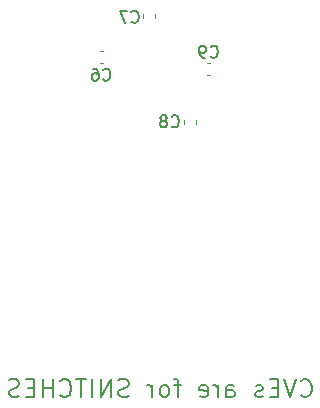
<source format=gbr>
%TF.GenerationSoftware,KiCad,Pcbnew,8.0.6*%
%TF.CreationDate,2024-12-26T15:20:47-06:00*%
%TF.ProjectId,RECESSIM-CW312T-SAM4C32,52454345-5353-4494-9d2d-435733313254,rev?*%
%TF.SameCoordinates,Original*%
%TF.FileFunction,Legend,Bot*%
%TF.FilePolarity,Positive*%
%FSLAX46Y46*%
G04 Gerber Fmt 4.6, Leading zero omitted, Abs format (unit mm)*
G04 Created by KiCad (PCBNEW 8.0.6) date 2024-12-26 15:20:47*
%MOMM*%
%LPD*%
G01*
G04 APERTURE LIST*
%ADD10C,0.200000*%
%ADD11C,0.150000*%
%ADD12C,0.120000*%
G04 APERTURE END LIST*
D10*
X170904136Y-122663171D02*
X170975564Y-122734600D01*
X170975564Y-122734600D02*
X171189850Y-122806028D01*
X171189850Y-122806028D02*
X171332707Y-122806028D01*
X171332707Y-122806028D02*
X171546993Y-122734600D01*
X171546993Y-122734600D02*
X171689850Y-122591742D01*
X171689850Y-122591742D02*
X171761279Y-122448885D01*
X171761279Y-122448885D02*
X171832707Y-122163171D01*
X171832707Y-122163171D02*
X171832707Y-121948885D01*
X171832707Y-121948885D02*
X171761279Y-121663171D01*
X171761279Y-121663171D02*
X171689850Y-121520314D01*
X171689850Y-121520314D02*
X171546993Y-121377457D01*
X171546993Y-121377457D02*
X171332707Y-121306028D01*
X171332707Y-121306028D02*
X171189850Y-121306028D01*
X171189850Y-121306028D02*
X170975564Y-121377457D01*
X170975564Y-121377457D02*
X170904136Y-121448885D01*
X170475564Y-121306028D02*
X169975564Y-122806028D01*
X169975564Y-122806028D02*
X169475564Y-121306028D01*
X168975565Y-122020314D02*
X168475565Y-122020314D01*
X168261279Y-122806028D02*
X168975565Y-122806028D01*
X168975565Y-122806028D02*
X168975565Y-121306028D01*
X168975565Y-121306028D02*
X168261279Y-121306028D01*
X167689850Y-122734600D02*
X167546993Y-122806028D01*
X167546993Y-122806028D02*
X167261279Y-122806028D01*
X167261279Y-122806028D02*
X167118422Y-122734600D01*
X167118422Y-122734600D02*
X167046993Y-122591742D01*
X167046993Y-122591742D02*
X167046993Y-122520314D01*
X167046993Y-122520314D02*
X167118422Y-122377457D01*
X167118422Y-122377457D02*
X167261279Y-122306028D01*
X167261279Y-122306028D02*
X167475565Y-122306028D01*
X167475565Y-122306028D02*
X167618422Y-122234600D01*
X167618422Y-122234600D02*
X167689850Y-122091742D01*
X167689850Y-122091742D02*
X167689850Y-122020314D01*
X167689850Y-122020314D02*
X167618422Y-121877457D01*
X167618422Y-121877457D02*
X167475565Y-121806028D01*
X167475565Y-121806028D02*
X167261279Y-121806028D01*
X167261279Y-121806028D02*
X167118422Y-121877457D01*
X164618422Y-122806028D02*
X164618422Y-122020314D01*
X164618422Y-122020314D02*
X164689850Y-121877457D01*
X164689850Y-121877457D02*
X164832707Y-121806028D01*
X164832707Y-121806028D02*
X165118422Y-121806028D01*
X165118422Y-121806028D02*
X165261279Y-121877457D01*
X164618422Y-122734600D02*
X164761279Y-122806028D01*
X164761279Y-122806028D02*
X165118422Y-122806028D01*
X165118422Y-122806028D02*
X165261279Y-122734600D01*
X165261279Y-122734600D02*
X165332707Y-122591742D01*
X165332707Y-122591742D02*
X165332707Y-122448885D01*
X165332707Y-122448885D02*
X165261279Y-122306028D01*
X165261279Y-122306028D02*
X165118422Y-122234600D01*
X165118422Y-122234600D02*
X164761279Y-122234600D01*
X164761279Y-122234600D02*
X164618422Y-122163171D01*
X163904136Y-122806028D02*
X163904136Y-121806028D01*
X163904136Y-122091742D02*
X163832707Y-121948885D01*
X163832707Y-121948885D02*
X163761279Y-121877457D01*
X163761279Y-121877457D02*
X163618421Y-121806028D01*
X163618421Y-121806028D02*
X163475564Y-121806028D01*
X162404136Y-122734600D02*
X162546993Y-122806028D01*
X162546993Y-122806028D02*
X162832708Y-122806028D01*
X162832708Y-122806028D02*
X162975565Y-122734600D01*
X162975565Y-122734600D02*
X163046993Y-122591742D01*
X163046993Y-122591742D02*
X163046993Y-122020314D01*
X163046993Y-122020314D02*
X162975565Y-121877457D01*
X162975565Y-121877457D02*
X162832708Y-121806028D01*
X162832708Y-121806028D02*
X162546993Y-121806028D01*
X162546993Y-121806028D02*
X162404136Y-121877457D01*
X162404136Y-121877457D02*
X162332708Y-122020314D01*
X162332708Y-122020314D02*
X162332708Y-122163171D01*
X162332708Y-122163171D02*
X163046993Y-122306028D01*
X160761279Y-121806028D02*
X160189851Y-121806028D01*
X160546994Y-122806028D02*
X160546994Y-121520314D01*
X160546994Y-121520314D02*
X160475565Y-121377457D01*
X160475565Y-121377457D02*
X160332708Y-121306028D01*
X160332708Y-121306028D02*
X160189851Y-121306028D01*
X159475565Y-122806028D02*
X159618422Y-122734600D01*
X159618422Y-122734600D02*
X159689851Y-122663171D01*
X159689851Y-122663171D02*
X159761279Y-122520314D01*
X159761279Y-122520314D02*
X159761279Y-122091742D01*
X159761279Y-122091742D02*
X159689851Y-121948885D01*
X159689851Y-121948885D02*
X159618422Y-121877457D01*
X159618422Y-121877457D02*
X159475565Y-121806028D01*
X159475565Y-121806028D02*
X159261279Y-121806028D01*
X159261279Y-121806028D02*
X159118422Y-121877457D01*
X159118422Y-121877457D02*
X159046994Y-121948885D01*
X159046994Y-121948885D02*
X158975565Y-122091742D01*
X158975565Y-122091742D02*
X158975565Y-122520314D01*
X158975565Y-122520314D02*
X159046994Y-122663171D01*
X159046994Y-122663171D02*
X159118422Y-122734600D01*
X159118422Y-122734600D02*
X159261279Y-122806028D01*
X159261279Y-122806028D02*
X159475565Y-122806028D01*
X158332708Y-122806028D02*
X158332708Y-121806028D01*
X158332708Y-122091742D02*
X158261279Y-121948885D01*
X158261279Y-121948885D02*
X158189851Y-121877457D01*
X158189851Y-121877457D02*
X158046993Y-121806028D01*
X158046993Y-121806028D02*
X157904136Y-121806028D01*
X156332708Y-122734600D02*
X156118423Y-122806028D01*
X156118423Y-122806028D02*
X155761280Y-122806028D01*
X155761280Y-122806028D02*
X155618423Y-122734600D01*
X155618423Y-122734600D02*
X155546994Y-122663171D01*
X155546994Y-122663171D02*
X155475565Y-122520314D01*
X155475565Y-122520314D02*
X155475565Y-122377457D01*
X155475565Y-122377457D02*
X155546994Y-122234600D01*
X155546994Y-122234600D02*
X155618423Y-122163171D01*
X155618423Y-122163171D02*
X155761280Y-122091742D01*
X155761280Y-122091742D02*
X156046994Y-122020314D01*
X156046994Y-122020314D02*
X156189851Y-121948885D01*
X156189851Y-121948885D02*
X156261280Y-121877457D01*
X156261280Y-121877457D02*
X156332708Y-121734600D01*
X156332708Y-121734600D02*
X156332708Y-121591742D01*
X156332708Y-121591742D02*
X156261280Y-121448885D01*
X156261280Y-121448885D02*
X156189851Y-121377457D01*
X156189851Y-121377457D02*
X156046994Y-121306028D01*
X156046994Y-121306028D02*
X155689851Y-121306028D01*
X155689851Y-121306028D02*
X155475565Y-121377457D01*
X154832709Y-122806028D02*
X154832709Y-121306028D01*
X154832709Y-121306028D02*
X153975566Y-122806028D01*
X153975566Y-122806028D02*
X153975566Y-121306028D01*
X153261280Y-122806028D02*
X153261280Y-121306028D01*
X152761279Y-121306028D02*
X151904137Y-121306028D01*
X152332708Y-122806028D02*
X152332708Y-121306028D01*
X150546994Y-122663171D02*
X150618422Y-122734600D01*
X150618422Y-122734600D02*
X150832708Y-122806028D01*
X150832708Y-122806028D02*
X150975565Y-122806028D01*
X150975565Y-122806028D02*
X151189851Y-122734600D01*
X151189851Y-122734600D02*
X151332708Y-122591742D01*
X151332708Y-122591742D02*
X151404137Y-122448885D01*
X151404137Y-122448885D02*
X151475565Y-122163171D01*
X151475565Y-122163171D02*
X151475565Y-121948885D01*
X151475565Y-121948885D02*
X151404137Y-121663171D01*
X151404137Y-121663171D02*
X151332708Y-121520314D01*
X151332708Y-121520314D02*
X151189851Y-121377457D01*
X151189851Y-121377457D02*
X150975565Y-121306028D01*
X150975565Y-121306028D02*
X150832708Y-121306028D01*
X150832708Y-121306028D02*
X150618422Y-121377457D01*
X150618422Y-121377457D02*
X150546994Y-121448885D01*
X149904137Y-122806028D02*
X149904137Y-121306028D01*
X149904137Y-122020314D02*
X149046994Y-122020314D01*
X149046994Y-122806028D02*
X149046994Y-121306028D01*
X148332708Y-122020314D02*
X147832708Y-122020314D01*
X147618422Y-122806028D02*
X148332708Y-122806028D01*
X148332708Y-122806028D02*
X148332708Y-121306028D01*
X148332708Y-121306028D02*
X147618422Y-121306028D01*
X147046993Y-122734600D02*
X146832708Y-122806028D01*
X146832708Y-122806028D02*
X146475565Y-122806028D01*
X146475565Y-122806028D02*
X146332708Y-122734600D01*
X146332708Y-122734600D02*
X146261279Y-122663171D01*
X146261279Y-122663171D02*
X146189850Y-122520314D01*
X146189850Y-122520314D02*
X146189850Y-122377457D01*
X146189850Y-122377457D02*
X146261279Y-122234600D01*
X146261279Y-122234600D02*
X146332708Y-122163171D01*
X146332708Y-122163171D02*
X146475565Y-122091742D01*
X146475565Y-122091742D02*
X146761279Y-122020314D01*
X146761279Y-122020314D02*
X146904136Y-121948885D01*
X146904136Y-121948885D02*
X146975565Y-121877457D01*
X146975565Y-121877457D02*
X147046993Y-121734600D01*
X147046993Y-121734600D02*
X147046993Y-121591742D01*
X147046993Y-121591742D02*
X146975565Y-121448885D01*
X146975565Y-121448885D02*
X146904136Y-121377457D01*
X146904136Y-121377457D02*
X146761279Y-121306028D01*
X146761279Y-121306028D02*
X146404136Y-121306028D01*
X146404136Y-121306028D02*
X146189850Y-121377457D01*
D11*
X156566666Y-91009580D02*
X156614285Y-91057200D01*
X156614285Y-91057200D02*
X156757142Y-91104819D01*
X156757142Y-91104819D02*
X156852380Y-91104819D01*
X156852380Y-91104819D02*
X156995237Y-91057200D01*
X156995237Y-91057200D02*
X157090475Y-90961961D01*
X157090475Y-90961961D02*
X157138094Y-90866723D01*
X157138094Y-90866723D02*
X157185713Y-90676247D01*
X157185713Y-90676247D02*
X157185713Y-90533390D01*
X157185713Y-90533390D02*
X157138094Y-90342914D01*
X157138094Y-90342914D02*
X157090475Y-90247676D01*
X157090475Y-90247676D02*
X156995237Y-90152438D01*
X156995237Y-90152438D02*
X156852380Y-90104819D01*
X156852380Y-90104819D02*
X156757142Y-90104819D01*
X156757142Y-90104819D02*
X156614285Y-90152438D01*
X156614285Y-90152438D02*
X156566666Y-90200057D01*
X156233332Y-90104819D02*
X155566666Y-90104819D01*
X155566666Y-90104819D02*
X155995237Y-91104819D01*
X163266666Y-93959580D02*
X163314285Y-94007200D01*
X163314285Y-94007200D02*
X163457142Y-94054819D01*
X163457142Y-94054819D02*
X163552380Y-94054819D01*
X163552380Y-94054819D02*
X163695237Y-94007200D01*
X163695237Y-94007200D02*
X163790475Y-93911961D01*
X163790475Y-93911961D02*
X163838094Y-93816723D01*
X163838094Y-93816723D02*
X163885713Y-93626247D01*
X163885713Y-93626247D02*
X163885713Y-93483390D01*
X163885713Y-93483390D02*
X163838094Y-93292914D01*
X163838094Y-93292914D02*
X163790475Y-93197676D01*
X163790475Y-93197676D02*
X163695237Y-93102438D01*
X163695237Y-93102438D02*
X163552380Y-93054819D01*
X163552380Y-93054819D02*
X163457142Y-93054819D01*
X163457142Y-93054819D02*
X163314285Y-93102438D01*
X163314285Y-93102438D02*
X163266666Y-93150057D01*
X162790475Y-94054819D02*
X162599999Y-94054819D01*
X162599999Y-94054819D02*
X162504761Y-94007200D01*
X162504761Y-94007200D02*
X162457142Y-93959580D01*
X162457142Y-93959580D02*
X162361904Y-93816723D01*
X162361904Y-93816723D02*
X162314285Y-93626247D01*
X162314285Y-93626247D02*
X162314285Y-93245295D01*
X162314285Y-93245295D02*
X162361904Y-93150057D01*
X162361904Y-93150057D02*
X162409523Y-93102438D01*
X162409523Y-93102438D02*
X162504761Y-93054819D01*
X162504761Y-93054819D02*
X162695237Y-93054819D01*
X162695237Y-93054819D02*
X162790475Y-93102438D01*
X162790475Y-93102438D02*
X162838094Y-93150057D01*
X162838094Y-93150057D02*
X162885713Y-93245295D01*
X162885713Y-93245295D02*
X162885713Y-93483390D01*
X162885713Y-93483390D02*
X162838094Y-93578628D01*
X162838094Y-93578628D02*
X162790475Y-93626247D01*
X162790475Y-93626247D02*
X162695237Y-93673866D01*
X162695237Y-93673866D02*
X162504761Y-93673866D01*
X162504761Y-93673866D02*
X162409523Y-93626247D01*
X162409523Y-93626247D02*
X162361904Y-93578628D01*
X162361904Y-93578628D02*
X162314285Y-93483390D01*
X154166666Y-95909580D02*
X154214285Y-95957200D01*
X154214285Y-95957200D02*
X154357142Y-96004819D01*
X154357142Y-96004819D02*
X154452380Y-96004819D01*
X154452380Y-96004819D02*
X154595237Y-95957200D01*
X154595237Y-95957200D02*
X154690475Y-95861961D01*
X154690475Y-95861961D02*
X154738094Y-95766723D01*
X154738094Y-95766723D02*
X154785713Y-95576247D01*
X154785713Y-95576247D02*
X154785713Y-95433390D01*
X154785713Y-95433390D02*
X154738094Y-95242914D01*
X154738094Y-95242914D02*
X154690475Y-95147676D01*
X154690475Y-95147676D02*
X154595237Y-95052438D01*
X154595237Y-95052438D02*
X154452380Y-95004819D01*
X154452380Y-95004819D02*
X154357142Y-95004819D01*
X154357142Y-95004819D02*
X154214285Y-95052438D01*
X154214285Y-95052438D02*
X154166666Y-95100057D01*
X153309523Y-95004819D02*
X153499999Y-95004819D01*
X153499999Y-95004819D02*
X153595237Y-95052438D01*
X153595237Y-95052438D02*
X153642856Y-95100057D01*
X153642856Y-95100057D02*
X153738094Y-95242914D01*
X153738094Y-95242914D02*
X153785713Y-95433390D01*
X153785713Y-95433390D02*
X153785713Y-95814342D01*
X153785713Y-95814342D02*
X153738094Y-95909580D01*
X153738094Y-95909580D02*
X153690475Y-95957200D01*
X153690475Y-95957200D02*
X153595237Y-96004819D01*
X153595237Y-96004819D02*
X153404761Y-96004819D01*
X153404761Y-96004819D02*
X153309523Y-95957200D01*
X153309523Y-95957200D02*
X153261904Y-95909580D01*
X153261904Y-95909580D02*
X153214285Y-95814342D01*
X153214285Y-95814342D02*
X153214285Y-95576247D01*
X153214285Y-95576247D02*
X153261904Y-95481009D01*
X153261904Y-95481009D02*
X153309523Y-95433390D01*
X153309523Y-95433390D02*
X153404761Y-95385771D01*
X153404761Y-95385771D02*
X153595237Y-95385771D01*
X153595237Y-95385771D02*
X153690475Y-95433390D01*
X153690475Y-95433390D02*
X153738094Y-95481009D01*
X153738094Y-95481009D02*
X153785713Y-95576247D01*
X159966666Y-99865122D02*
X160014285Y-99912742D01*
X160014285Y-99912742D02*
X160157142Y-99960361D01*
X160157142Y-99960361D02*
X160252380Y-99960361D01*
X160252380Y-99960361D02*
X160395237Y-99912742D01*
X160395237Y-99912742D02*
X160490475Y-99817503D01*
X160490475Y-99817503D02*
X160538094Y-99722265D01*
X160538094Y-99722265D02*
X160585713Y-99531789D01*
X160585713Y-99531789D02*
X160585713Y-99388932D01*
X160585713Y-99388932D02*
X160538094Y-99198456D01*
X160538094Y-99198456D02*
X160490475Y-99103218D01*
X160490475Y-99103218D02*
X160395237Y-99007980D01*
X160395237Y-99007980D02*
X160252380Y-98960361D01*
X160252380Y-98960361D02*
X160157142Y-98960361D01*
X160157142Y-98960361D02*
X160014285Y-99007980D01*
X160014285Y-99007980D02*
X159966666Y-99055599D01*
X159395237Y-99388932D02*
X159490475Y-99341313D01*
X159490475Y-99341313D02*
X159538094Y-99293694D01*
X159538094Y-99293694D02*
X159585713Y-99198456D01*
X159585713Y-99198456D02*
X159585713Y-99150837D01*
X159585713Y-99150837D02*
X159538094Y-99055599D01*
X159538094Y-99055599D02*
X159490475Y-99007980D01*
X159490475Y-99007980D02*
X159395237Y-98960361D01*
X159395237Y-98960361D02*
X159204761Y-98960361D01*
X159204761Y-98960361D02*
X159109523Y-99007980D01*
X159109523Y-99007980D02*
X159061904Y-99055599D01*
X159061904Y-99055599D02*
X159014285Y-99150837D01*
X159014285Y-99150837D02*
X159014285Y-99198456D01*
X159014285Y-99198456D02*
X159061904Y-99293694D01*
X159061904Y-99293694D02*
X159109523Y-99341313D01*
X159109523Y-99341313D02*
X159204761Y-99388932D01*
X159204761Y-99388932D02*
X159395237Y-99388932D01*
X159395237Y-99388932D02*
X159490475Y-99436551D01*
X159490475Y-99436551D02*
X159538094Y-99484170D01*
X159538094Y-99484170D02*
X159585713Y-99579408D01*
X159585713Y-99579408D02*
X159585713Y-99769884D01*
X159585713Y-99769884D02*
X159538094Y-99865122D01*
X159538094Y-99865122D02*
X159490475Y-99912742D01*
X159490475Y-99912742D02*
X159395237Y-99960361D01*
X159395237Y-99960361D02*
X159204761Y-99960361D01*
X159204761Y-99960361D02*
X159109523Y-99912742D01*
X159109523Y-99912742D02*
X159061904Y-99865122D01*
X159061904Y-99865122D02*
X159014285Y-99769884D01*
X159014285Y-99769884D02*
X159014285Y-99579408D01*
X159014285Y-99579408D02*
X159061904Y-99484170D01*
X159061904Y-99484170D02*
X159109523Y-99436551D01*
X159109523Y-99436551D02*
X159204761Y-99388932D01*
D12*
%TO.C,C7*%
X157534934Y-90671122D02*
X157534934Y-90389962D01*
X158554934Y-90671122D02*
X158554934Y-90389962D01*
%TO.C,C9*%
X162929354Y-95540542D02*
X163210514Y-95540542D01*
X162929354Y-94520542D02*
X163210514Y-94520542D01*
%TO.C,C6*%
X154160514Y-94540542D02*
X153879354Y-94540542D01*
X154160514Y-93520542D02*
X153879354Y-93520542D01*
%TO.C,C8*%
X161034934Y-99364962D02*
X161034934Y-99646122D01*
X162054934Y-99364962D02*
X162054934Y-99646122D01*
%TD*%
M02*

</source>
